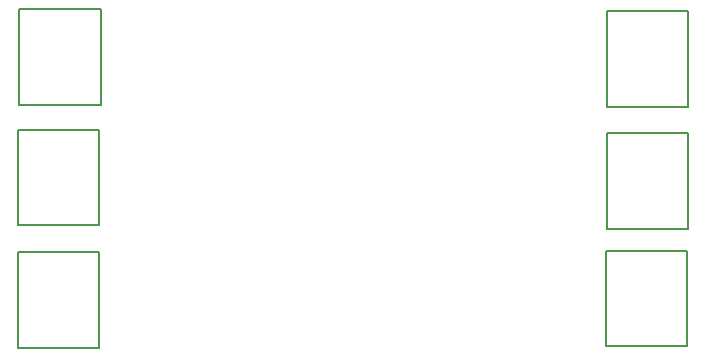
<source format=gbr>
G04 EAGLE Gerber RS-274X export*
G75*
%MOMM*%
%FSLAX34Y34*%
%LPD*%
%INSilkscreen Bottom*%
%IPPOS*%
%AMOC8*
5,1,8,0,0,1.08239X$1,22.5*%
G01*
%ADD10C,0.127000*%


D10*
X72000Y274700D02*
X3000Y274700D01*
X3000Y355700D01*
X72000Y355700D01*
X72000Y274700D01*
X500500Y354200D02*
X569500Y354200D01*
X569500Y273200D01*
X500500Y273200D01*
X500500Y354200D01*
X500500Y169400D02*
X569500Y169400D01*
X500500Y169400D02*
X500500Y250400D01*
X569500Y250400D01*
X569500Y169400D01*
X70600Y69000D02*
X1600Y69000D01*
X1600Y150000D01*
X70600Y150000D01*
X70600Y69000D01*
X70600Y172600D02*
X1600Y172600D01*
X1600Y253600D01*
X70600Y253600D01*
X70600Y172600D01*
X499400Y151300D02*
X568400Y151300D01*
X568400Y70300D01*
X499400Y70300D01*
X499400Y151300D01*
M02*

</source>
